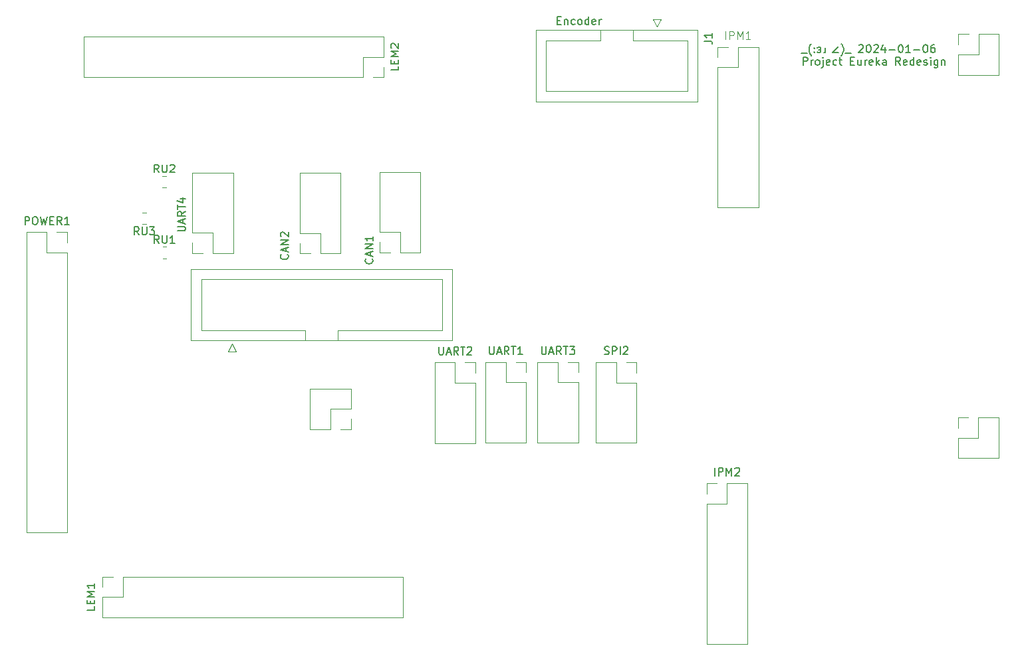
<source format=gbr>
%TF.GenerationSoftware,KiCad,Pcbnew,7.0.7*%
%TF.CreationDate,2024-02-23T10:38:31+08:00*%
%TF.ProjectId,sheet1,73686565-7431-42e6-9b69-6361645f7063,2*%
%TF.SameCoordinates,Original*%
%TF.FileFunction,Legend,Top*%
%TF.FilePolarity,Positive*%
%FSLAX46Y46*%
G04 Gerber Fmt 4.6, Leading zero omitted, Abs format (unit mm)*
G04 Created by KiCad (PCBNEW 7.0.7) date 2024-02-23 10:38:31*
%MOMM*%
%LPD*%
G01*
G04 APERTURE LIST*
%ADD10C,0.100000*%
%ADD11C,0.200000*%
%ADD12C,0.150000*%
%ADD13C,0.120000*%
G04 APERTURE END LIST*
D10*
X278703884Y-77122419D02*
X278703884Y-76122419D01*
X279180074Y-77122419D02*
X279180074Y-76122419D01*
X279180074Y-76122419D02*
X279561026Y-76122419D01*
X279561026Y-76122419D02*
X279656264Y-76170038D01*
X279656264Y-76170038D02*
X279703883Y-76217657D01*
X279703883Y-76217657D02*
X279751502Y-76312895D01*
X279751502Y-76312895D02*
X279751502Y-76455752D01*
X279751502Y-76455752D02*
X279703883Y-76550990D01*
X279703883Y-76550990D02*
X279656264Y-76598609D01*
X279656264Y-76598609D02*
X279561026Y-76646228D01*
X279561026Y-76646228D02*
X279180074Y-76646228D01*
X280180074Y-77122419D02*
X280180074Y-76122419D01*
X280180074Y-76122419D02*
X280513407Y-76836704D01*
X280513407Y-76836704D02*
X280846740Y-76122419D01*
X280846740Y-76122419D02*
X280846740Y-77122419D01*
X281846740Y-77122419D02*
X281275312Y-77122419D01*
X281561026Y-77122419D02*
X281561026Y-76122419D01*
X281561026Y-76122419D02*
X281465788Y-76265276D01*
X281465788Y-76265276D02*
X281370550Y-76360514D01*
X281370550Y-76360514D02*
X281275312Y-76408133D01*
D11*
X257269673Y-74743409D02*
X257603006Y-74743409D01*
X257745863Y-75267219D02*
X257269673Y-75267219D01*
X257269673Y-75267219D02*
X257269673Y-74267219D01*
X257269673Y-74267219D02*
X257745863Y-74267219D01*
X258174435Y-74600552D02*
X258174435Y-75267219D01*
X258174435Y-74695790D02*
X258222054Y-74648171D01*
X258222054Y-74648171D02*
X258317292Y-74600552D01*
X258317292Y-74600552D02*
X258460149Y-74600552D01*
X258460149Y-74600552D02*
X258555387Y-74648171D01*
X258555387Y-74648171D02*
X258603006Y-74743409D01*
X258603006Y-74743409D02*
X258603006Y-75267219D01*
X259507768Y-75219600D02*
X259412530Y-75267219D01*
X259412530Y-75267219D02*
X259222054Y-75267219D01*
X259222054Y-75267219D02*
X259126816Y-75219600D01*
X259126816Y-75219600D02*
X259079197Y-75171980D01*
X259079197Y-75171980D02*
X259031578Y-75076742D01*
X259031578Y-75076742D02*
X259031578Y-74791028D01*
X259031578Y-74791028D02*
X259079197Y-74695790D01*
X259079197Y-74695790D02*
X259126816Y-74648171D01*
X259126816Y-74648171D02*
X259222054Y-74600552D01*
X259222054Y-74600552D02*
X259412530Y-74600552D01*
X259412530Y-74600552D02*
X259507768Y-74648171D01*
X260079197Y-75267219D02*
X259983959Y-75219600D01*
X259983959Y-75219600D02*
X259936340Y-75171980D01*
X259936340Y-75171980D02*
X259888721Y-75076742D01*
X259888721Y-75076742D02*
X259888721Y-74791028D01*
X259888721Y-74791028D02*
X259936340Y-74695790D01*
X259936340Y-74695790D02*
X259983959Y-74648171D01*
X259983959Y-74648171D02*
X260079197Y-74600552D01*
X260079197Y-74600552D02*
X260222054Y-74600552D01*
X260222054Y-74600552D02*
X260317292Y-74648171D01*
X260317292Y-74648171D02*
X260364911Y-74695790D01*
X260364911Y-74695790D02*
X260412530Y-74791028D01*
X260412530Y-74791028D02*
X260412530Y-75076742D01*
X260412530Y-75076742D02*
X260364911Y-75171980D01*
X260364911Y-75171980D02*
X260317292Y-75219600D01*
X260317292Y-75219600D02*
X260222054Y-75267219D01*
X260222054Y-75267219D02*
X260079197Y-75267219D01*
X261269673Y-75267219D02*
X261269673Y-74267219D01*
X261269673Y-75219600D02*
X261174435Y-75267219D01*
X261174435Y-75267219D02*
X260983959Y-75267219D01*
X260983959Y-75267219D02*
X260888721Y-75219600D01*
X260888721Y-75219600D02*
X260841102Y-75171980D01*
X260841102Y-75171980D02*
X260793483Y-75076742D01*
X260793483Y-75076742D02*
X260793483Y-74791028D01*
X260793483Y-74791028D02*
X260841102Y-74695790D01*
X260841102Y-74695790D02*
X260888721Y-74648171D01*
X260888721Y-74648171D02*
X260983959Y-74600552D01*
X260983959Y-74600552D02*
X261174435Y-74600552D01*
X261174435Y-74600552D02*
X261269673Y-74648171D01*
X262126816Y-75219600D02*
X262031578Y-75267219D01*
X262031578Y-75267219D02*
X261841102Y-75267219D01*
X261841102Y-75267219D02*
X261745864Y-75219600D01*
X261745864Y-75219600D02*
X261698245Y-75124361D01*
X261698245Y-75124361D02*
X261698245Y-74743409D01*
X261698245Y-74743409D02*
X261745864Y-74648171D01*
X261745864Y-74648171D02*
X261841102Y-74600552D01*
X261841102Y-74600552D02*
X262031578Y-74600552D01*
X262031578Y-74600552D02*
X262126816Y-74648171D01*
X262126816Y-74648171D02*
X262174435Y-74743409D01*
X262174435Y-74743409D02*
X262174435Y-74838647D01*
X262174435Y-74838647D02*
X261698245Y-74933885D01*
X262603007Y-75267219D02*
X262603007Y-74600552D01*
X262603007Y-74791028D02*
X262650626Y-74695790D01*
X262650626Y-74695790D02*
X262698245Y-74648171D01*
X262698245Y-74648171D02*
X262793483Y-74600552D01*
X262793483Y-74600552D02*
X262888721Y-74600552D01*
X288325178Y-78931057D02*
X289087082Y-78931057D01*
X289610892Y-79216771D02*
X289563273Y-79169152D01*
X289563273Y-79169152D02*
X289468035Y-79026295D01*
X289468035Y-79026295D02*
X289420416Y-78931057D01*
X289420416Y-78931057D02*
X289372797Y-78788200D01*
X289372797Y-78788200D02*
X289325178Y-78550104D01*
X289325178Y-78550104D02*
X289325178Y-78359628D01*
X289325178Y-78359628D02*
X289372797Y-78121533D01*
X289372797Y-78121533D02*
X289420416Y-77978676D01*
X289420416Y-77978676D02*
X289468035Y-77883438D01*
X289468035Y-77883438D02*
X289563273Y-77740580D01*
X289563273Y-77740580D02*
X289610892Y-77692961D01*
X289991845Y-78740580D02*
X290039464Y-78788200D01*
X290039464Y-78788200D02*
X289991845Y-78835819D01*
X289991845Y-78835819D02*
X289944226Y-78788200D01*
X289944226Y-78788200D02*
X289991845Y-78740580D01*
X289991845Y-78740580D02*
X289991845Y-78835819D01*
X289991845Y-78216771D02*
X290039464Y-78264390D01*
X290039464Y-78264390D02*
X289991845Y-78312009D01*
X289991845Y-78312009D02*
X289944226Y-78264390D01*
X289944226Y-78264390D02*
X289991845Y-78216771D01*
X289991845Y-78216771D02*
X289991845Y-78312009D01*
X290563273Y-78502485D02*
X290658511Y-78502485D01*
X290372797Y-78216771D02*
X290468035Y-78169152D01*
X290468035Y-78169152D02*
X290658511Y-78169152D01*
X290658511Y-78169152D02*
X290753749Y-78216771D01*
X290753749Y-78216771D02*
X290801368Y-78312009D01*
X290801368Y-78312009D02*
X290801368Y-78359628D01*
X290801368Y-78359628D02*
X290753749Y-78454866D01*
X290753749Y-78454866D02*
X290658511Y-78502485D01*
X290658511Y-78502485D02*
X290753749Y-78550104D01*
X290753749Y-78550104D02*
X290801368Y-78645342D01*
X290801368Y-78645342D02*
X290801368Y-78692961D01*
X290801368Y-78692961D02*
X290753749Y-78788200D01*
X290753749Y-78788200D02*
X290658511Y-78835819D01*
X290658511Y-78835819D02*
X290468035Y-78835819D01*
X290468035Y-78835819D02*
X290372797Y-78788200D01*
X291182321Y-78835819D02*
X291372797Y-78835819D01*
X291372797Y-78835819D02*
X291372797Y-78264390D01*
X293039464Y-78073914D02*
X292277559Y-78835819D01*
X292277559Y-78835819D02*
X293039464Y-78835819D01*
X293420416Y-79216771D02*
X293468035Y-79169152D01*
X293468035Y-79169152D02*
X293563273Y-79026295D01*
X293563273Y-79026295D02*
X293610892Y-78931057D01*
X293610892Y-78931057D02*
X293658511Y-78788200D01*
X293658511Y-78788200D02*
X293706130Y-78550104D01*
X293706130Y-78550104D02*
X293706130Y-78359628D01*
X293706130Y-78359628D02*
X293658511Y-78121533D01*
X293658511Y-78121533D02*
X293610892Y-77978676D01*
X293610892Y-77978676D02*
X293563273Y-77883438D01*
X293563273Y-77883438D02*
X293468035Y-77740580D01*
X293468035Y-77740580D02*
X293420416Y-77692961D01*
X293944226Y-78931057D02*
X294706130Y-78931057D01*
X295658512Y-77931057D02*
X295706131Y-77883438D01*
X295706131Y-77883438D02*
X295801369Y-77835819D01*
X295801369Y-77835819D02*
X296039464Y-77835819D01*
X296039464Y-77835819D02*
X296134702Y-77883438D01*
X296134702Y-77883438D02*
X296182321Y-77931057D01*
X296182321Y-77931057D02*
X296229940Y-78026295D01*
X296229940Y-78026295D02*
X296229940Y-78121533D01*
X296229940Y-78121533D02*
X296182321Y-78264390D01*
X296182321Y-78264390D02*
X295610893Y-78835819D01*
X295610893Y-78835819D02*
X296229940Y-78835819D01*
X296848988Y-77835819D02*
X296944226Y-77835819D01*
X296944226Y-77835819D02*
X297039464Y-77883438D01*
X297039464Y-77883438D02*
X297087083Y-77931057D01*
X297087083Y-77931057D02*
X297134702Y-78026295D01*
X297134702Y-78026295D02*
X297182321Y-78216771D01*
X297182321Y-78216771D02*
X297182321Y-78454866D01*
X297182321Y-78454866D02*
X297134702Y-78645342D01*
X297134702Y-78645342D02*
X297087083Y-78740580D01*
X297087083Y-78740580D02*
X297039464Y-78788200D01*
X297039464Y-78788200D02*
X296944226Y-78835819D01*
X296944226Y-78835819D02*
X296848988Y-78835819D01*
X296848988Y-78835819D02*
X296753750Y-78788200D01*
X296753750Y-78788200D02*
X296706131Y-78740580D01*
X296706131Y-78740580D02*
X296658512Y-78645342D01*
X296658512Y-78645342D02*
X296610893Y-78454866D01*
X296610893Y-78454866D02*
X296610893Y-78216771D01*
X296610893Y-78216771D02*
X296658512Y-78026295D01*
X296658512Y-78026295D02*
X296706131Y-77931057D01*
X296706131Y-77931057D02*
X296753750Y-77883438D01*
X296753750Y-77883438D02*
X296848988Y-77835819D01*
X297563274Y-77931057D02*
X297610893Y-77883438D01*
X297610893Y-77883438D02*
X297706131Y-77835819D01*
X297706131Y-77835819D02*
X297944226Y-77835819D01*
X297944226Y-77835819D02*
X298039464Y-77883438D01*
X298039464Y-77883438D02*
X298087083Y-77931057D01*
X298087083Y-77931057D02*
X298134702Y-78026295D01*
X298134702Y-78026295D02*
X298134702Y-78121533D01*
X298134702Y-78121533D02*
X298087083Y-78264390D01*
X298087083Y-78264390D02*
X297515655Y-78835819D01*
X297515655Y-78835819D02*
X298134702Y-78835819D01*
X298991845Y-78169152D02*
X298991845Y-78835819D01*
X298753750Y-77788200D02*
X298515655Y-78502485D01*
X298515655Y-78502485D02*
X299134702Y-78502485D01*
X299515655Y-78454866D02*
X300277560Y-78454866D01*
X300944226Y-77835819D02*
X301039464Y-77835819D01*
X301039464Y-77835819D02*
X301134702Y-77883438D01*
X301134702Y-77883438D02*
X301182321Y-77931057D01*
X301182321Y-77931057D02*
X301229940Y-78026295D01*
X301229940Y-78026295D02*
X301277559Y-78216771D01*
X301277559Y-78216771D02*
X301277559Y-78454866D01*
X301277559Y-78454866D02*
X301229940Y-78645342D01*
X301229940Y-78645342D02*
X301182321Y-78740580D01*
X301182321Y-78740580D02*
X301134702Y-78788200D01*
X301134702Y-78788200D02*
X301039464Y-78835819D01*
X301039464Y-78835819D02*
X300944226Y-78835819D01*
X300944226Y-78835819D02*
X300848988Y-78788200D01*
X300848988Y-78788200D02*
X300801369Y-78740580D01*
X300801369Y-78740580D02*
X300753750Y-78645342D01*
X300753750Y-78645342D02*
X300706131Y-78454866D01*
X300706131Y-78454866D02*
X300706131Y-78216771D01*
X300706131Y-78216771D02*
X300753750Y-78026295D01*
X300753750Y-78026295D02*
X300801369Y-77931057D01*
X300801369Y-77931057D02*
X300848988Y-77883438D01*
X300848988Y-77883438D02*
X300944226Y-77835819D01*
X302229940Y-78835819D02*
X301658512Y-78835819D01*
X301944226Y-78835819D02*
X301944226Y-77835819D01*
X301944226Y-77835819D02*
X301848988Y-77978676D01*
X301848988Y-77978676D02*
X301753750Y-78073914D01*
X301753750Y-78073914D02*
X301658512Y-78121533D01*
X302658512Y-78454866D02*
X303420417Y-78454866D01*
X304087083Y-77835819D02*
X304182321Y-77835819D01*
X304182321Y-77835819D02*
X304277559Y-77883438D01*
X304277559Y-77883438D02*
X304325178Y-77931057D01*
X304325178Y-77931057D02*
X304372797Y-78026295D01*
X304372797Y-78026295D02*
X304420416Y-78216771D01*
X304420416Y-78216771D02*
X304420416Y-78454866D01*
X304420416Y-78454866D02*
X304372797Y-78645342D01*
X304372797Y-78645342D02*
X304325178Y-78740580D01*
X304325178Y-78740580D02*
X304277559Y-78788200D01*
X304277559Y-78788200D02*
X304182321Y-78835819D01*
X304182321Y-78835819D02*
X304087083Y-78835819D01*
X304087083Y-78835819D02*
X303991845Y-78788200D01*
X303991845Y-78788200D02*
X303944226Y-78740580D01*
X303944226Y-78740580D02*
X303896607Y-78645342D01*
X303896607Y-78645342D02*
X303848988Y-78454866D01*
X303848988Y-78454866D02*
X303848988Y-78216771D01*
X303848988Y-78216771D02*
X303896607Y-78026295D01*
X303896607Y-78026295D02*
X303944226Y-77931057D01*
X303944226Y-77931057D02*
X303991845Y-77883438D01*
X303991845Y-77883438D02*
X304087083Y-77835819D01*
X305277559Y-77835819D02*
X305087083Y-77835819D01*
X305087083Y-77835819D02*
X304991845Y-77883438D01*
X304991845Y-77883438D02*
X304944226Y-77931057D01*
X304944226Y-77931057D02*
X304848988Y-78073914D01*
X304848988Y-78073914D02*
X304801369Y-78264390D01*
X304801369Y-78264390D02*
X304801369Y-78645342D01*
X304801369Y-78645342D02*
X304848988Y-78740580D01*
X304848988Y-78740580D02*
X304896607Y-78788200D01*
X304896607Y-78788200D02*
X304991845Y-78835819D01*
X304991845Y-78835819D02*
X305182321Y-78835819D01*
X305182321Y-78835819D02*
X305277559Y-78788200D01*
X305277559Y-78788200D02*
X305325178Y-78740580D01*
X305325178Y-78740580D02*
X305372797Y-78645342D01*
X305372797Y-78645342D02*
X305372797Y-78407247D01*
X305372797Y-78407247D02*
X305325178Y-78312009D01*
X305325178Y-78312009D02*
X305277559Y-78264390D01*
X305277559Y-78264390D02*
X305182321Y-78216771D01*
X305182321Y-78216771D02*
X304991845Y-78216771D01*
X304991845Y-78216771D02*
X304896607Y-78264390D01*
X304896607Y-78264390D02*
X304848988Y-78312009D01*
X304848988Y-78312009D02*
X304801369Y-78407247D01*
X288563273Y-80445819D02*
X288563273Y-79445819D01*
X288563273Y-79445819D02*
X288944225Y-79445819D01*
X288944225Y-79445819D02*
X289039463Y-79493438D01*
X289039463Y-79493438D02*
X289087082Y-79541057D01*
X289087082Y-79541057D02*
X289134701Y-79636295D01*
X289134701Y-79636295D02*
X289134701Y-79779152D01*
X289134701Y-79779152D02*
X289087082Y-79874390D01*
X289087082Y-79874390D02*
X289039463Y-79922009D01*
X289039463Y-79922009D02*
X288944225Y-79969628D01*
X288944225Y-79969628D02*
X288563273Y-79969628D01*
X289563273Y-80445819D02*
X289563273Y-79779152D01*
X289563273Y-79969628D02*
X289610892Y-79874390D01*
X289610892Y-79874390D02*
X289658511Y-79826771D01*
X289658511Y-79826771D02*
X289753749Y-79779152D01*
X289753749Y-79779152D02*
X289848987Y-79779152D01*
X290325178Y-80445819D02*
X290229940Y-80398200D01*
X290229940Y-80398200D02*
X290182321Y-80350580D01*
X290182321Y-80350580D02*
X290134702Y-80255342D01*
X290134702Y-80255342D02*
X290134702Y-79969628D01*
X290134702Y-79969628D02*
X290182321Y-79874390D01*
X290182321Y-79874390D02*
X290229940Y-79826771D01*
X290229940Y-79826771D02*
X290325178Y-79779152D01*
X290325178Y-79779152D02*
X290468035Y-79779152D01*
X290468035Y-79779152D02*
X290563273Y-79826771D01*
X290563273Y-79826771D02*
X290610892Y-79874390D01*
X290610892Y-79874390D02*
X290658511Y-79969628D01*
X290658511Y-79969628D02*
X290658511Y-80255342D01*
X290658511Y-80255342D02*
X290610892Y-80350580D01*
X290610892Y-80350580D02*
X290563273Y-80398200D01*
X290563273Y-80398200D02*
X290468035Y-80445819D01*
X290468035Y-80445819D02*
X290325178Y-80445819D01*
X291087083Y-79779152D02*
X291087083Y-80636295D01*
X291087083Y-80636295D02*
X291039464Y-80731533D01*
X291039464Y-80731533D02*
X290944226Y-80779152D01*
X290944226Y-80779152D02*
X290896607Y-80779152D01*
X291087083Y-79445819D02*
X291039464Y-79493438D01*
X291039464Y-79493438D02*
X291087083Y-79541057D01*
X291087083Y-79541057D02*
X291134702Y-79493438D01*
X291134702Y-79493438D02*
X291087083Y-79445819D01*
X291087083Y-79445819D02*
X291087083Y-79541057D01*
X291944225Y-80398200D02*
X291848987Y-80445819D01*
X291848987Y-80445819D02*
X291658511Y-80445819D01*
X291658511Y-80445819D02*
X291563273Y-80398200D01*
X291563273Y-80398200D02*
X291515654Y-80302961D01*
X291515654Y-80302961D02*
X291515654Y-79922009D01*
X291515654Y-79922009D02*
X291563273Y-79826771D01*
X291563273Y-79826771D02*
X291658511Y-79779152D01*
X291658511Y-79779152D02*
X291848987Y-79779152D01*
X291848987Y-79779152D02*
X291944225Y-79826771D01*
X291944225Y-79826771D02*
X291991844Y-79922009D01*
X291991844Y-79922009D02*
X291991844Y-80017247D01*
X291991844Y-80017247D02*
X291515654Y-80112485D01*
X292848987Y-80398200D02*
X292753749Y-80445819D01*
X292753749Y-80445819D02*
X292563273Y-80445819D01*
X292563273Y-80445819D02*
X292468035Y-80398200D01*
X292468035Y-80398200D02*
X292420416Y-80350580D01*
X292420416Y-80350580D02*
X292372797Y-80255342D01*
X292372797Y-80255342D02*
X292372797Y-79969628D01*
X292372797Y-79969628D02*
X292420416Y-79874390D01*
X292420416Y-79874390D02*
X292468035Y-79826771D01*
X292468035Y-79826771D02*
X292563273Y-79779152D01*
X292563273Y-79779152D02*
X292753749Y-79779152D01*
X292753749Y-79779152D02*
X292848987Y-79826771D01*
X293134702Y-79779152D02*
X293515654Y-79779152D01*
X293277559Y-79445819D02*
X293277559Y-80302961D01*
X293277559Y-80302961D02*
X293325178Y-80398200D01*
X293325178Y-80398200D02*
X293420416Y-80445819D01*
X293420416Y-80445819D02*
X293515654Y-80445819D01*
X294610893Y-79922009D02*
X294944226Y-79922009D01*
X295087083Y-80445819D02*
X294610893Y-80445819D01*
X294610893Y-80445819D02*
X294610893Y-79445819D01*
X294610893Y-79445819D02*
X295087083Y-79445819D01*
X295944226Y-79779152D02*
X295944226Y-80445819D01*
X295515655Y-79779152D02*
X295515655Y-80302961D01*
X295515655Y-80302961D02*
X295563274Y-80398200D01*
X295563274Y-80398200D02*
X295658512Y-80445819D01*
X295658512Y-80445819D02*
X295801369Y-80445819D01*
X295801369Y-80445819D02*
X295896607Y-80398200D01*
X295896607Y-80398200D02*
X295944226Y-80350580D01*
X296420417Y-80445819D02*
X296420417Y-79779152D01*
X296420417Y-79969628D02*
X296468036Y-79874390D01*
X296468036Y-79874390D02*
X296515655Y-79826771D01*
X296515655Y-79826771D02*
X296610893Y-79779152D01*
X296610893Y-79779152D02*
X296706131Y-79779152D01*
X297420417Y-80398200D02*
X297325179Y-80445819D01*
X297325179Y-80445819D02*
X297134703Y-80445819D01*
X297134703Y-80445819D02*
X297039465Y-80398200D01*
X297039465Y-80398200D02*
X296991846Y-80302961D01*
X296991846Y-80302961D02*
X296991846Y-79922009D01*
X296991846Y-79922009D02*
X297039465Y-79826771D01*
X297039465Y-79826771D02*
X297134703Y-79779152D01*
X297134703Y-79779152D02*
X297325179Y-79779152D01*
X297325179Y-79779152D02*
X297420417Y-79826771D01*
X297420417Y-79826771D02*
X297468036Y-79922009D01*
X297468036Y-79922009D02*
X297468036Y-80017247D01*
X297468036Y-80017247D02*
X296991846Y-80112485D01*
X297896608Y-80445819D02*
X297896608Y-79445819D01*
X297991846Y-80064866D02*
X298277560Y-80445819D01*
X298277560Y-79779152D02*
X297896608Y-80160104D01*
X299134703Y-80445819D02*
X299134703Y-79922009D01*
X299134703Y-79922009D02*
X299087084Y-79826771D01*
X299087084Y-79826771D02*
X298991846Y-79779152D01*
X298991846Y-79779152D02*
X298801370Y-79779152D01*
X298801370Y-79779152D02*
X298706132Y-79826771D01*
X299134703Y-80398200D02*
X299039465Y-80445819D01*
X299039465Y-80445819D02*
X298801370Y-80445819D01*
X298801370Y-80445819D02*
X298706132Y-80398200D01*
X298706132Y-80398200D02*
X298658513Y-80302961D01*
X298658513Y-80302961D02*
X298658513Y-80207723D01*
X298658513Y-80207723D02*
X298706132Y-80112485D01*
X298706132Y-80112485D02*
X298801370Y-80064866D01*
X298801370Y-80064866D02*
X299039465Y-80064866D01*
X299039465Y-80064866D02*
X299134703Y-80017247D01*
X300944227Y-80445819D02*
X300610894Y-79969628D01*
X300372799Y-80445819D02*
X300372799Y-79445819D01*
X300372799Y-79445819D02*
X300753751Y-79445819D01*
X300753751Y-79445819D02*
X300848989Y-79493438D01*
X300848989Y-79493438D02*
X300896608Y-79541057D01*
X300896608Y-79541057D02*
X300944227Y-79636295D01*
X300944227Y-79636295D02*
X300944227Y-79779152D01*
X300944227Y-79779152D02*
X300896608Y-79874390D01*
X300896608Y-79874390D02*
X300848989Y-79922009D01*
X300848989Y-79922009D02*
X300753751Y-79969628D01*
X300753751Y-79969628D02*
X300372799Y-79969628D01*
X301753751Y-80398200D02*
X301658513Y-80445819D01*
X301658513Y-80445819D02*
X301468037Y-80445819D01*
X301468037Y-80445819D02*
X301372799Y-80398200D01*
X301372799Y-80398200D02*
X301325180Y-80302961D01*
X301325180Y-80302961D02*
X301325180Y-79922009D01*
X301325180Y-79922009D02*
X301372799Y-79826771D01*
X301372799Y-79826771D02*
X301468037Y-79779152D01*
X301468037Y-79779152D02*
X301658513Y-79779152D01*
X301658513Y-79779152D02*
X301753751Y-79826771D01*
X301753751Y-79826771D02*
X301801370Y-79922009D01*
X301801370Y-79922009D02*
X301801370Y-80017247D01*
X301801370Y-80017247D02*
X301325180Y-80112485D01*
X302658513Y-80445819D02*
X302658513Y-79445819D01*
X302658513Y-80398200D02*
X302563275Y-80445819D01*
X302563275Y-80445819D02*
X302372799Y-80445819D01*
X302372799Y-80445819D02*
X302277561Y-80398200D01*
X302277561Y-80398200D02*
X302229942Y-80350580D01*
X302229942Y-80350580D02*
X302182323Y-80255342D01*
X302182323Y-80255342D02*
X302182323Y-79969628D01*
X302182323Y-79969628D02*
X302229942Y-79874390D01*
X302229942Y-79874390D02*
X302277561Y-79826771D01*
X302277561Y-79826771D02*
X302372799Y-79779152D01*
X302372799Y-79779152D02*
X302563275Y-79779152D01*
X302563275Y-79779152D02*
X302658513Y-79826771D01*
X303515656Y-80398200D02*
X303420418Y-80445819D01*
X303420418Y-80445819D02*
X303229942Y-80445819D01*
X303229942Y-80445819D02*
X303134704Y-80398200D01*
X303134704Y-80398200D02*
X303087085Y-80302961D01*
X303087085Y-80302961D02*
X303087085Y-79922009D01*
X303087085Y-79922009D02*
X303134704Y-79826771D01*
X303134704Y-79826771D02*
X303229942Y-79779152D01*
X303229942Y-79779152D02*
X303420418Y-79779152D01*
X303420418Y-79779152D02*
X303515656Y-79826771D01*
X303515656Y-79826771D02*
X303563275Y-79922009D01*
X303563275Y-79922009D02*
X303563275Y-80017247D01*
X303563275Y-80017247D02*
X303087085Y-80112485D01*
X303944228Y-80398200D02*
X304039466Y-80445819D01*
X304039466Y-80445819D02*
X304229942Y-80445819D01*
X304229942Y-80445819D02*
X304325180Y-80398200D01*
X304325180Y-80398200D02*
X304372799Y-80302961D01*
X304372799Y-80302961D02*
X304372799Y-80255342D01*
X304372799Y-80255342D02*
X304325180Y-80160104D01*
X304325180Y-80160104D02*
X304229942Y-80112485D01*
X304229942Y-80112485D02*
X304087085Y-80112485D01*
X304087085Y-80112485D02*
X303991847Y-80064866D01*
X303991847Y-80064866D02*
X303944228Y-79969628D01*
X303944228Y-79969628D02*
X303944228Y-79922009D01*
X303944228Y-79922009D02*
X303991847Y-79826771D01*
X303991847Y-79826771D02*
X304087085Y-79779152D01*
X304087085Y-79779152D02*
X304229942Y-79779152D01*
X304229942Y-79779152D02*
X304325180Y-79826771D01*
X304801371Y-80445819D02*
X304801371Y-79779152D01*
X304801371Y-79445819D02*
X304753752Y-79493438D01*
X304753752Y-79493438D02*
X304801371Y-79541057D01*
X304801371Y-79541057D02*
X304848990Y-79493438D01*
X304848990Y-79493438D02*
X304801371Y-79445819D01*
X304801371Y-79445819D02*
X304801371Y-79541057D01*
X305706132Y-79779152D02*
X305706132Y-80588676D01*
X305706132Y-80588676D02*
X305658513Y-80683914D01*
X305658513Y-80683914D02*
X305610894Y-80731533D01*
X305610894Y-80731533D02*
X305515656Y-80779152D01*
X305515656Y-80779152D02*
X305372799Y-80779152D01*
X305372799Y-80779152D02*
X305277561Y-80731533D01*
X305706132Y-80398200D02*
X305610894Y-80445819D01*
X305610894Y-80445819D02*
X305420418Y-80445819D01*
X305420418Y-80445819D02*
X305325180Y-80398200D01*
X305325180Y-80398200D02*
X305277561Y-80350580D01*
X305277561Y-80350580D02*
X305229942Y-80255342D01*
X305229942Y-80255342D02*
X305229942Y-79969628D01*
X305229942Y-79969628D02*
X305277561Y-79874390D01*
X305277561Y-79874390D02*
X305325180Y-79826771D01*
X305325180Y-79826771D02*
X305420418Y-79779152D01*
X305420418Y-79779152D02*
X305610894Y-79779152D01*
X305610894Y-79779152D02*
X305706132Y-79826771D01*
X306182323Y-79779152D02*
X306182323Y-80445819D01*
X306182323Y-79874390D02*
X306229942Y-79826771D01*
X306229942Y-79826771D02*
X306325180Y-79779152D01*
X306325180Y-79779152D02*
X306468037Y-79779152D01*
X306468037Y-79779152D02*
X306563275Y-79826771D01*
X306563275Y-79826771D02*
X306610894Y-79922009D01*
X306610894Y-79922009D02*
X306610894Y-80445819D01*
D12*
X242184771Y-116334619D02*
X242184771Y-117144142D01*
X242184771Y-117144142D02*
X242232390Y-117239380D01*
X242232390Y-117239380D02*
X242280009Y-117287000D01*
X242280009Y-117287000D02*
X242375247Y-117334619D01*
X242375247Y-117334619D02*
X242565723Y-117334619D01*
X242565723Y-117334619D02*
X242660961Y-117287000D01*
X242660961Y-117287000D02*
X242708580Y-117239380D01*
X242708580Y-117239380D02*
X242756199Y-117144142D01*
X242756199Y-117144142D02*
X242756199Y-116334619D01*
X243184771Y-117048904D02*
X243660961Y-117048904D01*
X243089533Y-117334619D02*
X243422866Y-116334619D01*
X243422866Y-116334619D02*
X243756199Y-117334619D01*
X244660961Y-117334619D02*
X244327628Y-116858428D01*
X244089533Y-117334619D02*
X244089533Y-116334619D01*
X244089533Y-116334619D02*
X244470485Y-116334619D01*
X244470485Y-116334619D02*
X244565723Y-116382238D01*
X244565723Y-116382238D02*
X244613342Y-116429857D01*
X244613342Y-116429857D02*
X244660961Y-116525095D01*
X244660961Y-116525095D02*
X244660961Y-116667952D01*
X244660961Y-116667952D02*
X244613342Y-116763190D01*
X244613342Y-116763190D02*
X244565723Y-116810809D01*
X244565723Y-116810809D02*
X244470485Y-116858428D01*
X244470485Y-116858428D02*
X244089533Y-116858428D01*
X244946676Y-116334619D02*
X245518104Y-116334619D01*
X245232390Y-117334619D02*
X245232390Y-116334619D01*
X245803819Y-116429857D02*
X245851438Y-116382238D01*
X245851438Y-116382238D02*
X245946676Y-116334619D01*
X245946676Y-116334619D02*
X246184771Y-116334619D01*
X246184771Y-116334619D02*
X246280009Y-116382238D01*
X246280009Y-116382238D02*
X246327628Y-116429857D01*
X246327628Y-116429857D02*
X246375247Y-116525095D01*
X246375247Y-116525095D02*
X246375247Y-116620333D01*
X246375247Y-116620333D02*
X246327628Y-116763190D01*
X246327628Y-116763190D02*
X245756200Y-117334619D01*
X245756200Y-117334619D02*
X246375247Y-117334619D01*
X206533223Y-94104619D02*
X206199890Y-93628428D01*
X205961795Y-94104619D02*
X205961795Y-93104619D01*
X205961795Y-93104619D02*
X206342747Y-93104619D01*
X206342747Y-93104619D02*
X206437985Y-93152238D01*
X206437985Y-93152238D02*
X206485604Y-93199857D01*
X206485604Y-93199857D02*
X206533223Y-93295095D01*
X206533223Y-93295095D02*
X206533223Y-93437952D01*
X206533223Y-93437952D02*
X206485604Y-93533190D01*
X206485604Y-93533190D02*
X206437985Y-93580809D01*
X206437985Y-93580809D02*
X206342747Y-93628428D01*
X206342747Y-93628428D02*
X205961795Y-93628428D01*
X206961795Y-93104619D02*
X206961795Y-93914142D01*
X206961795Y-93914142D02*
X207009414Y-94009380D01*
X207009414Y-94009380D02*
X207057033Y-94057000D01*
X207057033Y-94057000D02*
X207152271Y-94104619D01*
X207152271Y-94104619D02*
X207342747Y-94104619D01*
X207342747Y-94104619D02*
X207437985Y-94057000D01*
X207437985Y-94057000D02*
X207485604Y-94009380D01*
X207485604Y-94009380D02*
X207533223Y-93914142D01*
X207533223Y-93914142D02*
X207533223Y-93104619D01*
X207961795Y-93199857D02*
X208009414Y-93152238D01*
X208009414Y-93152238D02*
X208104652Y-93104619D01*
X208104652Y-93104619D02*
X208342747Y-93104619D01*
X208342747Y-93104619D02*
X208437985Y-93152238D01*
X208437985Y-93152238D02*
X208485604Y-93199857D01*
X208485604Y-93199857D02*
X208533223Y-93295095D01*
X208533223Y-93295095D02*
X208533223Y-93390333D01*
X208533223Y-93390333D02*
X208485604Y-93533190D01*
X208485604Y-93533190D02*
X207914176Y-94104619D01*
X207914176Y-94104619D02*
X208533223Y-94104619D01*
X203983223Y-102054619D02*
X203649890Y-101578428D01*
X203411795Y-102054619D02*
X203411795Y-101054619D01*
X203411795Y-101054619D02*
X203792747Y-101054619D01*
X203792747Y-101054619D02*
X203887985Y-101102238D01*
X203887985Y-101102238D02*
X203935604Y-101149857D01*
X203935604Y-101149857D02*
X203983223Y-101245095D01*
X203983223Y-101245095D02*
X203983223Y-101387952D01*
X203983223Y-101387952D02*
X203935604Y-101483190D01*
X203935604Y-101483190D02*
X203887985Y-101530809D01*
X203887985Y-101530809D02*
X203792747Y-101578428D01*
X203792747Y-101578428D02*
X203411795Y-101578428D01*
X204411795Y-101054619D02*
X204411795Y-101864142D01*
X204411795Y-101864142D02*
X204459414Y-101959380D01*
X204459414Y-101959380D02*
X204507033Y-102007000D01*
X204507033Y-102007000D02*
X204602271Y-102054619D01*
X204602271Y-102054619D02*
X204792747Y-102054619D01*
X204792747Y-102054619D02*
X204887985Y-102007000D01*
X204887985Y-102007000D02*
X204935604Y-101959380D01*
X204935604Y-101959380D02*
X204983223Y-101864142D01*
X204983223Y-101864142D02*
X204983223Y-101054619D01*
X205364176Y-101054619D02*
X205983223Y-101054619D01*
X205983223Y-101054619D02*
X205649890Y-101435571D01*
X205649890Y-101435571D02*
X205792747Y-101435571D01*
X205792747Y-101435571D02*
X205887985Y-101483190D01*
X205887985Y-101483190D02*
X205935604Y-101530809D01*
X205935604Y-101530809D02*
X205983223Y-101626047D01*
X205983223Y-101626047D02*
X205983223Y-101864142D01*
X205983223Y-101864142D02*
X205935604Y-101959380D01*
X205935604Y-101959380D02*
X205887985Y-102007000D01*
X205887985Y-102007000D02*
X205792747Y-102054619D01*
X205792747Y-102054619D02*
X205507033Y-102054619D01*
X205507033Y-102054619D02*
X205411795Y-102007000D01*
X205411795Y-102007000D02*
X205364176Y-101959380D01*
X255284771Y-116284619D02*
X255284771Y-117094142D01*
X255284771Y-117094142D02*
X255332390Y-117189380D01*
X255332390Y-117189380D02*
X255380009Y-117237000D01*
X255380009Y-117237000D02*
X255475247Y-117284619D01*
X255475247Y-117284619D02*
X255665723Y-117284619D01*
X255665723Y-117284619D02*
X255760961Y-117237000D01*
X255760961Y-117237000D02*
X255808580Y-117189380D01*
X255808580Y-117189380D02*
X255856199Y-117094142D01*
X255856199Y-117094142D02*
X255856199Y-116284619D01*
X256284771Y-116998904D02*
X256760961Y-116998904D01*
X256189533Y-117284619D02*
X256522866Y-116284619D01*
X256522866Y-116284619D02*
X256856199Y-117284619D01*
X257760961Y-117284619D02*
X257427628Y-116808428D01*
X257189533Y-117284619D02*
X257189533Y-116284619D01*
X257189533Y-116284619D02*
X257570485Y-116284619D01*
X257570485Y-116284619D02*
X257665723Y-116332238D01*
X257665723Y-116332238D02*
X257713342Y-116379857D01*
X257713342Y-116379857D02*
X257760961Y-116475095D01*
X257760961Y-116475095D02*
X257760961Y-116617952D01*
X257760961Y-116617952D02*
X257713342Y-116713190D01*
X257713342Y-116713190D02*
X257665723Y-116760809D01*
X257665723Y-116760809D02*
X257570485Y-116808428D01*
X257570485Y-116808428D02*
X257189533Y-116808428D01*
X258046676Y-116284619D02*
X258618104Y-116284619D01*
X258332390Y-117284619D02*
X258332390Y-116284619D01*
X258856200Y-116284619D02*
X259475247Y-116284619D01*
X259475247Y-116284619D02*
X259141914Y-116665571D01*
X259141914Y-116665571D02*
X259284771Y-116665571D01*
X259284771Y-116665571D02*
X259380009Y-116713190D01*
X259380009Y-116713190D02*
X259427628Y-116760809D01*
X259427628Y-116760809D02*
X259475247Y-116856047D01*
X259475247Y-116856047D02*
X259475247Y-117094142D01*
X259475247Y-117094142D02*
X259427628Y-117189380D01*
X259427628Y-117189380D02*
X259380009Y-117237000D01*
X259380009Y-117237000D02*
X259284771Y-117284619D01*
X259284771Y-117284619D02*
X258999057Y-117284619D01*
X258999057Y-117284619D02*
X258903819Y-117237000D01*
X258903819Y-117237000D02*
X258856200Y-117189380D01*
X276004819Y-77383333D02*
X276719104Y-77383333D01*
X276719104Y-77383333D02*
X276861961Y-77430952D01*
X276861961Y-77430952D02*
X276957200Y-77526190D01*
X276957200Y-77526190D02*
X277004819Y-77669047D01*
X277004819Y-77669047D02*
X277004819Y-77764285D01*
X277004819Y-76383333D02*
X277004819Y-76954761D01*
X277004819Y-76669047D02*
X276004819Y-76669047D01*
X276004819Y-76669047D02*
X276147676Y-76764285D01*
X276147676Y-76764285D02*
X276242914Y-76859523D01*
X276242914Y-76859523D02*
X276290533Y-76954761D01*
X233689180Y-105116447D02*
X233736800Y-105164066D01*
X233736800Y-105164066D02*
X233784419Y-105306923D01*
X233784419Y-105306923D02*
X233784419Y-105402161D01*
X233784419Y-105402161D02*
X233736800Y-105545018D01*
X233736800Y-105545018D02*
X233641561Y-105640256D01*
X233641561Y-105640256D02*
X233546323Y-105687875D01*
X233546323Y-105687875D02*
X233355847Y-105735494D01*
X233355847Y-105735494D02*
X233212990Y-105735494D01*
X233212990Y-105735494D02*
X233022514Y-105687875D01*
X233022514Y-105687875D02*
X232927276Y-105640256D01*
X232927276Y-105640256D02*
X232832038Y-105545018D01*
X232832038Y-105545018D02*
X232784419Y-105402161D01*
X232784419Y-105402161D02*
X232784419Y-105306923D01*
X232784419Y-105306923D02*
X232832038Y-105164066D01*
X232832038Y-105164066D02*
X232879657Y-105116447D01*
X233498704Y-104735494D02*
X233498704Y-104259304D01*
X233784419Y-104830732D02*
X232784419Y-104497399D01*
X232784419Y-104497399D02*
X233784419Y-104164066D01*
X233784419Y-103830732D02*
X232784419Y-103830732D01*
X232784419Y-103830732D02*
X233784419Y-103259304D01*
X233784419Y-103259304D02*
X232784419Y-103259304D01*
X233784419Y-102259304D02*
X233784419Y-102830732D01*
X233784419Y-102545018D02*
X232784419Y-102545018D01*
X232784419Y-102545018D02*
X232927276Y-102640256D01*
X232927276Y-102640256D02*
X233022514Y-102735494D01*
X233022514Y-102735494D02*
X233070133Y-102830732D01*
X206558223Y-103129619D02*
X206224890Y-102653428D01*
X205986795Y-103129619D02*
X205986795Y-102129619D01*
X205986795Y-102129619D02*
X206367747Y-102129619D01*
X206367747Y-102129619D02*
X206462985Y-102177238D01*
X206462985Y-102177238D02*
X206510604Y-102224857D01*
X206510604Y-102224857D02*
X206558223Y-102320095D01*
X206558223Y-102320095D02*
X206558223Y-102462952D01*
X206558223Y-102462952D02*
X206510604Y-102558190D01*
X206510604Y-102558190D02*
X206462985Y-102605809D01*
X206462985Y-102605809D02*
X206367747Y-102653428D01*
X206367747Y-102653428D02*
X205986795Y-102653428D01*
X206986795Y-102129619D02*
X206986795Y-102939142D01*
X206986795Y-102939142D02*
X207034414Y-103034380D01*
X207034414Y-103034380D02*
X207082033Y-103082000D01*
X207082033Y-103082000D02*
X207177271Y-103129619D01*
X207177271Y-103129619D02*
X207367747Y-103129619D01*
X207367747Y-103129619D02*
X207462985Y-103082000D01*
X207462985Y-103082000D02*
X207510604Y-103034380D01*
X207510604Y-103034380D02*
X207558223Y-102939142D01*
X207558223Y-102939142D02*
X207558223Y-102129619D01*
X208558223Y-103129619D02*
X207986795Y-103129619D01*
X208272509Y-103129619D02*
X208272509Y-102129619D01*
X208272509Y-102129619D02*
X208177271Y-102272476D01*
X208177271Y-102272476D02*
X208082033Y-102367714D01*
X208082033Y-102367714D02*
X207986795Y-102415333D01*
X237051019Y-80585276D02*
X237051019Y-81061466D01*
X237051019Y-81061466D02*
X236051019Y-81061466D01*
X236527209Y-80251942D02*
X236527209Y-79918609D01*
X237051019Y-79775752D02*
X237051019Y-80251942D01*
X237051019Y-80251942D02*
X236051019Y-80251942D01*
X236051019Y-80251942D02*
X236051019Y-79775752D01*
X237051019Y-79347180D02*
X236051019Y-79347180D01*
X236051019Y-79347180D02*
X236765304Y-79013847D01*
X236765304Y-79013847D02*
X236051019Y-78680514D01*
X236051019Y-78680514D02*
X237051019Y-78680514D01*
X236146257Y-78251942D02*
X236098638Y-78204323D01*
X236098638Y-78204323D02*
X236051019Y-78109085D01*
X236051019Y-78109085D02*
X236051019Y-77870990D01*
X236051019Y-77870990D02*
X236098638Y-77775752D01*
X236098638Y-77775752D02*
X236146257Y-77728133D01*
X236146257Y-77728133D02*
X236241495Y-77680514D01*
X236241495Y-77680514D02*
X236336733Y-77680514D01*
X236336733Y-77680514D02*
X236479590Y-77728133D01*
X236479590Y-77728133D02*
X237051019Y-78299561D01*
X237051019Y-78299561D02*
X237051019Y-77680514D01*
X189484286Y-100749619D02*
X189484286Y-99749619D01*
X189484286Y-99749619D02*
X189865238Y-99749619D01*
X189865238Y-99749619D02*
X189960476Y-99797238D01*
X189960476Y-99797238D02*
X190008095Y-99844857D01*
X190008095Y-99844857D02*
X190055714Y-99940095D01*
X190055714Y-99940095D02*
X190055714Y-100082952D01*
X190055714Y-100082952D02*
X190008095Y-100178190D01*
X190008095Y-100178190D02*
X189960476Y-100225809D01*
X189960476Y-100225809D02*
X189865238Y-100273428D01*
X189865238Y-100273428D02*
X189484286Y-100273428D01*
X190674762Y-99749619D02*
X190865238Y-99749619D01*
X190865238Y-99749619D02*
X190960476Y-99797238D01*
X190960476Y-99797238D02*
X191055714Y-99892476D01*
X191055714Y-99892476D02*
X191103333Y-100082952D01*
X191103333Y-100082952D02*
X191103333Y-100416285D01*
X191103333Y-100416285D02*
X191055714Y-100606761D01*
X191055714Y-100606761D02*
X190960476Y-100702000D01*
X190960476Y-100702000D02*
X190865238Y-100749619D01*
X190865238Y-100749619D02*
X190674762Y-100749619D01*
X190674762Y-100749619D02*
X190579524Y-100702000D01*
X190579524Y-100702000D02*
X190484286Y-100606761D01*
X190484286Y-100606761D02*
X190436667Y-100416285D01*
X190436667Y-100416285D02*
X190436667Y-100082952D01*
X190436667Y-100082952D02*
X190484286Y-99892476D01*
X190484286Y-99892476D02*
X190579524Y-99797238D01*
X190579524Y-99797238D02*
X190674762Y-99749619D01*
X191436667Y-99749619D02*
X191674762Y-100749619D01*
X191674762Y-100749619D02*
X191865238Y-100035333D01*
X191865238Y-100035333D02*
X192055714Y-100749619D01*
X192055714Y-100749619D02*
X192293810Y-99749619D01*
X192674762Y-100225809D02*
X193008095Y-100225809D01*
X193150952Y-100749619D02*
X192674762Y-100749619D01*
X192674762Y-100749619D02*
X192674762Y-99749619D01*
X192674762Y-99749619D02*
X193150952Y-99749619D01*
X194150952Y-100749619D02*
X193817619Y-100273428D01*
X193579524Y-100749619D02*
X193579524Y-99749619D01*
X193579524Y-99749619D02*
X193960476Y-99749619D01*
X193960476Y-99749619D02*
X194055714Y-99797238D01*
X194055714Y-99797238D02*
X194103333Y-99844857D01*
X194103333Y-99844857D02*
X194150952Y-99940095D01*
X194150952Y-99940095D02*
X194150952Y-100082952D01*
X194150952Y-100082952D02*
X194103333Y-100178190D01*
X194103333Y-100178190D02*
X194055714Y-100225809D01*
X194055714Y-100225809D02*
X193960476Y-100273428D01*
X193960476Y-100273428D02*
X193579524Y-100273428D01*
X195103333Y-100749619D02*
X194531905Y-100749619D01*
X194817619Y-100749619D02*
X194817619Y-99749619D01*
X194817619Y-99749619D02*
X194722381Y-99892476D01*
X194722381Y-99892476D02*
X194627143Y-99987714D01*
X194627143Y-99987714D02*
X194531905Y-100035333D01*
X263266200Y-117242000D02*
X263409057Y-117289619D01*
X263409057Y-117289619D02*
X263647152Y-117289619D01*
X263647152Y-117289619D02*
X263742390Y-117242000D01*
X263742390Y-117242000D02*
X263790009Y-117194380D01*
X263790009Y-117194380D02*
X263837628Y-117099142D01*
X263837628Y-117099142D02*
X263837628Y-117003904D01*
X263837628Y-117003904D02*
X263790009Y-116908666D01*
X263790009Y-116908666D02*
X263742390Y-116861047D01*
X263742390Y-116861047D02*
X263647152Y-116813428D01*
X263647152Y-116813428D02*
X263456676Y-116765809D01*
X263456676Y-116765809D02*
X263361438Y-116718190D01*
X263361438Y-116718190D02*
X263313819Y-116670571D01*
X263313819Y-116670571D02*
X263266200Y-116575333D01*
X263266200Y-116575333D02*
X263266200Y-116480095D01*
X263266200Y-116480095D02*
X263313819Y-116384857D01*
X263313819Y-116384857D02*
X263361438Y-116337238D01*
X263361438Y-116337238D02*
X263456676Y-116289619D01*
X263456676Y-116289619D02*
X263694771Y-116289619D01*
X263694771Y-116289619D02*
X263837628Y-116337238D01*
X264266200Y-117289619D02*
X264266200Y-116289619D01*
X264266200Y-116289619D02*
X264647152Y-116289619D01*
X264647152Y-116289619D02*
X264742390Y-116337238D01*
X264742390Y-116337238D02*
X264790009Y-116384857D01*
X264790009Y-116384857D02*
X264837628Y-116480095D01*
X264837628Y-116480095D02*
X264837628Y-116622952D01*
X264837628Y-116622952D02*
X264790009Y-116718190D01*
X264790009Y-116718190D02*
X264742390Y-116765809D01*
X264742390Y-116765809D02*
X264647152Y-116813428D01*
X264647152Y-116813428D02*
X264266200Y-116813428D01*
X265266200Y-117289619D02*
X265266200Y-116289619D01*
X265694771Y-116384857D02*
X265742390Y-116337238D01*
X265742390Y-116337238D02*
X265837628Y-116289619D01*
X265837628Y-116289619D02*
X266075723Y-116289619D01*
X266075723Y-116289619D02*
X266170961Y-116337238D01*
X266170961Y-116337238D02*
X266218580Y-116384857D01*
X266218580Y-116384857D02*
X266266199Y-116480095D01*
X266266199Y-116480095D02*
X266266199Y-116575333D01*
X266266199Y-116575333D02*
X266218580Y-116718190D01*
X266218580Y-116718190D02*
X265647152Y-117289619D01*
X265647152Y-117289619D02*
X266266199Y-117289619D01*
X222919580Y-104557647D02*
X222967200Y-104605266D01*
X222967200Y-104605266D02*
X223014819Y-104748123D01*
X223014819Y-104748123D02*
X223014819Y-104843361D01*
X223014819Y-104843361D02*
X222967200Y-104986218D01*
X222967200Y-104986218D02*
X222871961Y-105081456D01*
X222871961Y-105081456D02*
X222776723Y-105129075D01*
X222776723Y-105129075D02*
X222586247Y-105176694D01*
X222586247Y-105176694D02*
X222443390Y-105176694D01*
X222443390Y-105176694D02*
X222252914Y-105129075D01*
X222252914Y-105129075D02*
X222157676Y-105081456D01*
X222157676Y-105081456D02*
X222062438Y-104986218D01*
X222062438Y-104986218D02*
X222014819Y-104843361D01*
X222014819Y-104843361D02*
X222014819Y-104748123D01*
X222014819Y-104748123D02*
X222062438Y-104605266D01*
X222062438Y-104605266D02*
X222110057Y-104557647D01*
X222729104Y-104176694D02*
X222729104Y-103700504D01*
X223014819Y-104271932D02*
X222014819Y-103938599D01*
X222014819Y-103938599D02*
X223014819Y-103605266D01*
X223014819Y-103271932D02*
X222014819Y-103271932D01*
X222014819Y-103271932D02*
X223014819Y-102700504D01*
X223014819Y-102700504D02*
X222014819Y-102700504D01*
X222110057Y-102271932D02*
X222062438Y-102224313D01*
X222062438Y-102224313D02*
X222014819Y-102129075D01*
X222014819Y-102129075D02*
X222014819Y-101890980D01*
X222014819Y-101890980D02*
X222062438Y-101795742D01*
X222062438Y-101795742D02*
X222110057Y-101748123D01*
X222110057Y-101748123D02*
X222205295Y-101700504D01*
X222205295Y-101700504D02*
X222300533Y-101700504D01*
X222300533Y-101700504D02*
X222443390Y-101748123D01*
X222443390Y-101748123D02*
X223014819Y-102319551D01*
X223014819Y-102319551D02*
X223014819Y-101700504D01*
X198366019Y-149385276D02*
X198366019Y-149861466D01*
X198366019Y-149861466D02*
X197366019Y-149861466D01*
X197842209Y-149051942D02*
X197842209Y-148718609D01*
X198366019Y-148575752D02*
X198366019Y-149051942D01*
X198366019Y-149051942D02*
X197366019Y-149051942D01*
X197366019Y-149051942D02*
X197366019Y-148575752D01*
X198366019Y-148147180D02*
X197366019Y-148147180D01*
X197366019Y-148147180D02*
X198080304Y-147813847D01*
X198080304Y-147813847D02*
X197366019Y-147480514D01*
X197366019Y-147480514D02*
X198366019Y-147480514D01*
X198366019Y-146480514D02*
X198366019Y-147051942D01*
X198366019Y-146766228D02*
X197366019Y-146766228D01*
X197366019Y-146766228D02*
X197508876Y-146861466D01*
X197508876Y-146861466D02*
X197604114Y-146956704D01*
X197604114Y-146956704D02*
X197651733Y-147051942D01*
X248634771Y-116284619D02*
X248634771Y-117094142D01*
X248634771Y-117094142D02*
X248682390Y-117189380D01*
X248682390Y-117189380D02*
X248730009Y-117237000D01*
X248730009Y-117237000D02*
X248825247Y-117284619D01*
X248825247Y-117284619D02*
X249015723Y-117284619D01*
X249015723Y-117284619D02*
X249110961Y-117237000D01*
X249110961Y-117237000D02*
X249158580Y-117189380D01*
X249158580Y-117189380D02*
X249206199Y-117094142D01*
X249206199Y-117094142D02*
X249206199Y-116284619D01*
X249634771Y-116998904D02*
X250110961Y-116998904D01*
X249539533Y-117284619D02*
X249872866Y-116284619D01*
X249872866Y-116284619D02*
X250206199Y-117284619D01*
X251110961Y-117284619D02*
X250777628Y-116808428D01*
X250539533Y-117284619D02*
X250539533Y-116284619D01*
X250539533Y-116284619D02*
X250920485Y-116284619D01*
X250920485Y-116284619D02*
X251015723Y-116332238D01*
X251015723Y-116332238D02*
X251063342Y-116379857D01*
X251063342Y-116379857D02*
X251110961Y-116475095D01*
X251110961Y-116475095D02*
X251110961Y-116617952D01*
X251110961Y-116617952D02*
X251063342Y-116713190D01*
X251063342Y-116713190D02*
X251015723Y-116760809D01*
X251015723Y-116760809D02*
X250920485Y-116808428D01*
X250920485Y-116808428D02*
X250539533Y-116808428D01*
X251396676Y-116284619D02*
X251968104Y-116284619D01*
X251682390Y-117284619D02*
X251682390Y-116284619D01*
X252825247Y-117284619D02*
X252253819Y-117284619D01*
X252539533Y-117284619D02*
X252539533Y-116284619D01*
X252539533Y-116284619D02*
X252444295Y-116427476D01*
X252444295Y-116427476D02*
X252349057Y-116522714D01*
X252349057Y-116522714D02*
X252253819Y-116570333D01*
X208908419Y-101547628D02*
X209717942Y-101547628D01*
X209717942Y-101547628D02*
X209813180Y-101500009D01*
X209813180Y-101500009D02*
X209860800Y-101452390D01*
X209860800Y-101452390D02*
X209908419Y-101357152D01*
X209908419Y-101357152D02*
X209908419Y-101166676D01*
X209908419Y-101166676D02*
X209860800Y-101071438D01*
X209860800Y-101071438D02*
X209813180Y-101023819D01*
X209813180Y-101023819D02*
X209717942Y-100976200D01*
X209717942Y-100976200D02*
X208908419Y-100976200D01*
X209622704Y-100547628D02*
X209622704Y-100071438D01*
X209908419Y-100642866D02*
X208908419Y-100309533D01*
X208908419Y-100309533D02*
X209908419Y-99976200D01*
X209908419Y-99071438D02*
X209432228Y-99404771D01*
X209908419Y-99642866D02*
X208908419Y-99642866D01*
X208908419Y-99642866D02*
X208908419Y-99261914D01*
X208908419Y-99261914D02*
X208956038Y-99166676D01*
X208956038Y-99166676D02*
X209003657Y-99119057D01*
X209003657Y-99119057D02*
X209098895Y-99071438D01*
X209098895Y-99071438D02*
X209241752Y-99071438D01*
X209241752Y-99071438D02*
X209336990Y-99119057D01*
X209336990Y-99119057D02*
X209384609Y-99166676D01*
X209384609Y-99166676D02*
X209432228Y-99261914D01*
X209432228Y-99261914D02*
X209432228Y-99642866D01*
X208908419Y-98785723D02*
X208908419Y-98214295D01*
X209908419Y-98500009D02*
X208908419Y-98500009D01*
X209241752Y-97452390D02*
X209908419Y-97452390D01*
X208860800Y-97690485D02*
X209575085Y-97928580D01*
X209575085Y-97928580D02*
X209575085Y-97309533D01*
X277326389Y-132731506D02*
X277326389Y-131731506D01*
X277802579Y-132731506D02*
X277802579Y-131731506D01*
X277802579Y-131731506D02*
X278183531Y-131731506D01*
X278183531Y-131731506D02*
X278278769Y-131779125D01*
X278278769Y-131779125D02*
X278326388Y-131826744D01*
X278326388Y-131826744D02*
X278374007Y-131921982D01*
X278374007Y-131921982D02*
X278374007Y-132064839D01*
X278374007Y-132064839D02*
X278326388Y-132160077D01*
X278326388Y-132160077D02*
X278278769Y-132207696D01*
X278278769Y-132207696D02*
X278183531Y-132255315D01*
X278183531Y-132255315D02*
X277802579Y-132255315D01*
X278802579Y-132731506D02*
X278802579Y-131731506D01*
X278802579Y-131731506D02*
X279135912Y-132445791D01*
X279135912Y-132445791D02*
X279469245Y-131731506D01*
X279469245Y-131731506D02*
X279469245Y-132731506D01*
X279897817Y-131826744D02*
X279945436Y-131779125D01*
X279945436Y-131779125D02*
X280040674Y-131731506D01*
X280040674Y-131731506D02*
X280278769Y-131731506D01*
X280278769Y-131731506D02*
X280374007Y-131779125D01*
X280374007Y-131779125D02*
X280421626Y-131826744D01*
X280421626Y-131826744D02*
X280469245Y-131921982D01*
X280469245Y-131921982D02*
X280469245Y-132017220D01*
X280469245Y-132017220D02*
X280421626Y-132160077D01*
X280421626Y-132160077D02*
X279850198Y-132731506D01*
X279850198Y-132731506D02*
X280469245Y-132731506D01*
D13*
%TO.C,UART2*%
X246856200Y-120919800D02*
X246856200Y-128599800D01*
X246856200Y-118319800D02*
X246856200Y-119649800D01*
X245526200Y-118319800D02*
X246856200Y-118319800D01*
X244256200Y-120919800D02*
X246856200Y-120919800D01*
X244256200Y-118319800D02*
X244256200Y-120919800D01*
X241656200Y-128599800D02*
X246856200Y-128599800D01*
X241656200Y-118319800D02*
X244256200Y-118319800D01*
X241656200Y-118319800D02*
X241656200Y-128599800D01*
%TO.C,RU2*%
X206996636Y-96034800D02*
X207450764Y-96034800D01*
X206996636Y-94564800D02*
X207450764Y-94564800D01*
%TO.C,INC1*%
X243896200Y-106394800D02*
X243896200Y-115514800D01*
X210616200Y-106394800D02*
X243896200Y-106394800D01*
X242596200Y-107704800D02*
X242596200Y-114204800D01*
X211916200Y-107704800D02*
X242596200Y-107704800D01*
X242596200Y-114204800D02*
X229306200Y-114204800D01*
X229306200Y-114204800D02*
X229306200Y-114204800D01*
X229306200Y-114204800D02*
X229306200Y-115514800D01*
X225206200Y-114204800D02*
X211916200Y-114204800D01*
X211916200Y-114204800D02*
X211916200Y-107704800D01*
X243896200Y-115514800D02*
X210616200Y-115514800D01*
X225206200Y-115514800D02*
X225206200Y-114204800D01*
X210616200Y-115514800D02*
X210616200Y-106394800D01*
X215826200Y-115904800D02*
X215326200Y-116904800D01*
X216326200Y-116904800D02*
X215826200Y-115904800D01*
X215326200Y-116904800D02*
X216326200Y-116904800D01*
%TO.C,RU3*%
X204900764Y-99214800D02*
X204446636Y-99214800D01*
X204900764Y-100684800D02*
X204446636Y-100684800D01*
%TO.C,J2*%
X308278715Y-130500980D02*
X313478715Y-130500980D01*
X308278715Y-130500980D02*
X308278715Y-127900980D01*
X313478715Y-130500980D02*
X313478715Y-125300980D01*
X308278715Y-127900980D02*
X310878715Y-127900980D01*
X310878715Y-127900980D02*
X310878715Y-125300980D01*
X308278715Y-126630980D02*
X308278715Y-125300980D01*
X308278715Y-125300980D02*
X309608715Y-125300980D01*
X310878715Y-125300980D02*
X313478715Y-125300980D01*
%TO.C,UART3*%
X259956200Y-120869800D02*
X259956200Y-128549800D01*
X259956200Y-118269800D02*
X259956200Y-119599800D01*
X258626200Y-118269800D02*
X259956200Y-118269800D01*
X257356200Y-120869800D02*
X259956200Y-120869800D01*
X257356200Y-118269800D02*
X257356200Y-120869800D01*
X254756200Y-128549800D02*
X259956200Y-128549800D01*
X254756200Y-118269800D02*
X257356200Y-118269800D01*
X254756200Y-118269800D02*
X254756200Y-128549800D01*
%TO.C,J1*%
X254551200Y-85079800D02*
X254551200Y-75959800D01*
X275131200Y-85079800D02*
X254551200Y-85079800D01*
X255851200Y-83769800D02*
X255851200Y-77269800D01*
X273831200Y-83769800D02*
X255851200Y-83769800D01*
X255851200Y-77269800D02*
X262791200Y-77269800D01*
X262791200Y-77269800D02*
X262791200Y-77269800D01*
X262791200Y-77269800D02*
X262791200Y-75959800D01*
X266891200Y-77269800D02*
X273831200Y-77269800D01*
X273831200Y-77269800D02*
X273831200Y-83769800D01*
X254551200Y-75959800D02*
X275131200Y-75959800D01*
X266891200Y-75959800D02*
X266891200Y-77269800D01*
X275131200Y-75959800D02*
X275131200Y-85079800D01*
X269921200Y-75569800D02*
X270421200Y-74569800D01*
X269421200Y-74569800D02*
X269921200Y-75569800D01*
X270421200Y-74569800D02*
X269421200Y-74569800D01*
%TO.C,CAN1*%
X234641200Y-101724800D02*
X234641200Y-94044800D01*
X234641200Y-104324800D02*
X234641200Y-102994800D01*
X235971200Y-104324800D02*
X234641200Y-104324800D01*
X237241200Y-101724800D02*
X234641200Y-101724800D01*
X237241200Y-104324800D02*
X237241200Y-101724800D01*
X239841200Y-94044800D02*
X234641200Y-94044800D01*
X239841200Y-104324800D02*
X237241200Y-104324800D01*
X239841200Y-104324800D02*
X239841200Y-94044800D01*
%TO.C,RU1*%
X207021636Y-105059800D02*
X207475764Y-105059800D01*
X207021636Y-103589800D02*
X207475764Y-103589800D01*
%TO.C,LEM2*%
X232556200Y-81994800D02*
X196936200Y-81994800D01*
X235156200Y-81994800D02*
X233826200Y-81994800D01*
X235156200Y-80664800D02*
X235156200Y-81994800D01*
X232556200Y-79394800D02*
X232556200Y-81994800D01*
X235156200Y-79394800D02*
X232556200Y-79394800D01*
X196936200Y-76794800D02*
X196936200Y-81994800D01*
X235156200Y-76794800D02*
X235156200Y-79394800D01*
X235156200Y-76794800D02*
X196936200Y-76794800D01*
%TO.C,IPM1*%
X282880000Y-98560000D02*
X277680000Y-98560000D01*
X282880000Y-78120000D02*
X282880000Y-98560000D01*
X282880000Y-78120000D02*
X280280000Y-78120000D01*
X280280000Y-80720000D02*
X277680000Y-80720000D01*
X280280000Y-78120000D02*
X280280000Y-80720000D01*
X279010000Y-78120000D02*
X277680000Y-78120000D01*
X277680000Y-80720000D02*
X277680000Y-98560000D01*
X277680000Y-78120000D02*
X277680000Y-79450000D01*
%TO.C,POWER1*%
X194870000Y-104334800D02*
X194870000Y-139954800D01*
X194870000Y-101734800D02*
X194870000Y-103064800D01*
X193540000Y-101734800D02*
X194870000Y-101734800D01*
X192270000Y-104334800D02*
X194870000Y-104334800D01*
X192270000Y-101734800D02*
X192270000Y-104334800D01*
X189670000Y-139954800D02*
X194870000Y-139954800D01*
X189670000Y-101734800D02*
X192270000Y-101734800D01*
X189670000Y-101734800D02*
X189670000Y-139954800D01*
%TO.C,SPI2*%
X267366200Y-120874800D02*
X267366200Y-128554800D01*
X267366200Y-118274800D02*
X267366200Y-119604800D01*
X266036200Y-118274800D02*
X267366200Y-118274800D01*
X264766200Y-120874800D02*
X267366200Y-120874800D01*
X264766200Y-118274800D02*
X264766200Y-120874800D01*
X262166200Y-128554800D02*
X267366200Y-128554800D01*
X262166200Y-118274800D02*
X264766200Y-118274800D01*
X262166200Y-118274800D02*
X262166200Y-128554800D01*
%TO.C,CAN2*%
X224491200Y-101824800D02*
X224491200Y-94144800D01*
X224491200Y-104424800D02*
X224491200Y-103094800D01*
X225821200Y-104424800D02*
X224491200Y-104424800D01*
X227091200Y-101824800D02*
X224491200Y-101824800D01*
X227091200Y-104424800D02*
X227091200Y-101824800D01*
X229691200Y-94144800D02*
X224491200Y-94144800D01*
X229691200Y-104424800D02*
X227091200Y-104424800D01*
X229691200Y-104424800D02*
X229691200Y-94144800D01*
%TO.C,J3*%
X308314715Y-81693800D02*
X313514715Y-81693800D01*
X308314715Y-81693800D02*
X308314715Y-79093800D01*
X313514715Y-81693800D02*
X313514715Y-76493800D01*
X308314715Y-79093800D02*
X310914715Y-79093800D01*
X310914715Y-79093800D02*
X310914715Y-76493800D01*
X308314715Y-77823800D02*
X308314715Y-76493800D01*
X308314715Y-76493800D02*
X309644715Y-76493800D01*
X310914715Y-76493800D02*
X313514715Y-76493800D01*
%TO.C,LEM1*%
X201951200Y-145594800D02*
X237571200Y-145594800D01*
X199351200Y-145594800D02*
X200681200Y-145594800D01*
X199351200Y-146924800D02*
X199351200Y-145594800D01*
X201951200Y-148194800D02*
X201951200Y-145594800D01*
X199351200Y-148194800D02*
X201951200Y-148194800D01*
X237571200Y-150794800D02*
X237571200Y-145594800D01*
X199351200Y-150794800D02*
X199351200Y-148194800D01*
X199351200Y-150794800D02*
X237571200Y-150794800D01*
%TO.C,UART1*%
X253306200Y-120869800D02*
X253306200Y-128549800D01*
X253306200Y-118269800D02*
X253306200Y-119599800D01*
X251976200Y-118269800D02*
X253306200Y-118269800D01*
X250706200Y-120869800D02*
X253306200Y-120869800D01*
X250706200Y-118269800D02*
X250706200Y-120869800D01*
X248106200Y-128549800D02*
X253306200Y-128549800D01*
X248106200Y-118269800D02*
X250706200Y-118269800D01*
X248106200Y-118269800D02*
X248106200Y-128549800D01*
%TO.C,UART4*%
X210791200Y-101809800D02*
X210791200Y-94129800D01*
X210791200Y-104409800D02*
X210791200Y-103079800D01*
X212121200Y-104409800D02*
X210791200Y-104409800D01*
X213391200Y-101809800D02*
X210791200Y-101809800D01*
X213391200Y-104409800D02*
X213391200Y-101809800D01*
X215991200Y-94129800D02*
X210791200Y-94129800D01*
X215991200Y-104409800D02*
X213391200Y-104409800D01*
X215991200Y-104409800D02*
X215991200Y-94129800D01*
%TO.C,IPM2*%
X276274008Y-133716687D02*
X276274008Y-135046687D01*
X276274008Y-136316687D02*
X276274008Y-154156687D01*
X277604008Y-133716687D02*
X276274008Y-133716687D01*
X278874008Y-133716687D02*
X278874008Y-136316687D01*
X278874008Y-136316687D02*
X276274008Y-136316687D01*
X281474008Y-133716687D02*
X278874008Y-133716687D01*
X281474008Y-133716687D02*
X281474008Y-154156687D01*
X281474008Y-154156687D02*
X276274008Y-154156687D01*
%TO.C,DI1*%
X228366200Y-126844800D02*
X225766200Y-126844800D01*
X230966200Y-126844800D02*
X229636200Y-126844800D01*
X230966200Y-125514800D02*
X230966200Y-126844800D01*
X228366200Y-124244800D02*
X228366200Y-126844800D01*
X230966200Y-124244800D02*
X228366200Y-124244800D01*
X225766200Y-121644800D02*
X225766200Y-126844800D01*
X230966200Y-121644800D02*
X230966200Y-124244800D01*
X230966200Y-121644800D02*
X225766200Y-121644800D01*
%TD*%
M02*

</source>
